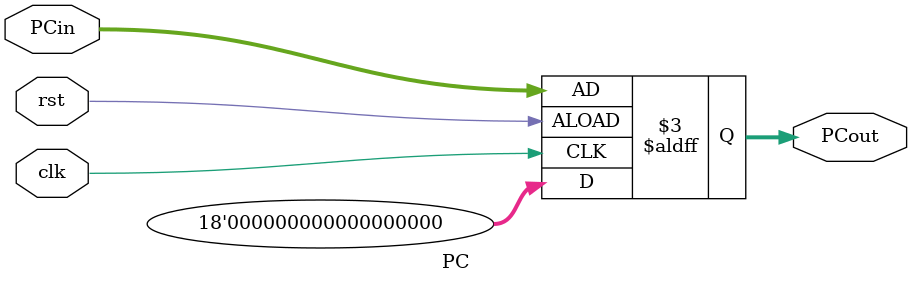
<source format=v>

module PC ( clk, 
			rst,
			PCin, 
			PCout);
	
	parameter bit_size = 18;
	
	input  clk, rst;
	input  [bit_size-1:0] PCin;
	output [bit_size-1:0] PCout;
	
	// write your code in here
	reg [bit_size-1:0] PCout = 18'b0000_0000_0000_0000_00;
	//reg [bit_size-1:0] tPCin;
	//assign PCin = tPCin;
	
	always@(posedge clk, negedge rst)
	begin
		if(rst)
		begin
			//tPCin <= 18'b0000_0000_0001_0000_00;
			PCout <= 18'b0000_0000_0000_0000_00;
			//$display("rst %b", PCout);
		end
		else
		begin
			PCout <= PCin;
			//$display("call PC %b\n", PCout);
		end
	end
endmodule


</source>
